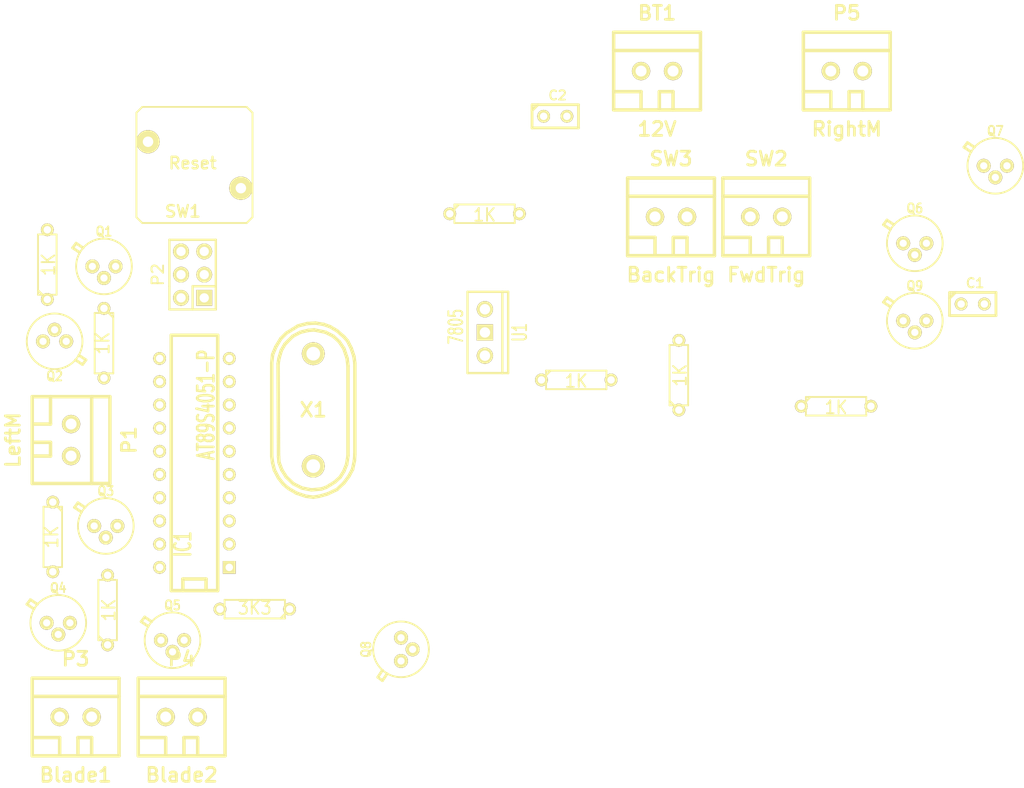
<source format=kicad_pcb>
(kicad_pcb (version 3) (host pcbnew "(2014-jan-25)-product")

  (general
    (links 61)
    (no_connects 61)
    (area 132.8 66.8 255.4 132.4)
    (thickness 1.6)
    (drawings 0)
    (tracks 0)
    (zones 0)
    (modules 32)
    (nets 36)
  )

  (page USLetter)
  (title_block
    (date "03 Jun 2015")
  )

  (layers
    (15 F.Cu signal)
    (0 B.Cu signal)
    (16 B.Adhes user)
    (17 F.Adhes user)
    (18 B.Paste user)
    (19 F.Paste user)
    (20 B.SilkS user)
    (21 F.SilkS user)
    (22 B.Mask user)
    (23 F.Mask user)
    (24 Dwgs.User user)
    (25 Cmts.User user)
    (26 Eco1.User user)
    (27 Eco2.User user)
    (28 Edge.Cuts user)
  )

  (setup
    (last_trace_width 0.354)
    (trace_clearance 0.254)
    (zone_clearance 0.508)
    (zone_45_only no)
    (trace_min 0.254)
    (segment_width 0.2)
    (edge_width 0.1)
    (via_size 0.889)
    (via_drill 0.635)
    (via_min_size 0.889)
    (via_min_drill 0.508)
    (uvia_size 0.508)
    (uvia_drill 0.127)
    (uvias_allowed no)
    (uvia_min_size 0.508)
    (uvia_min_drill 0.127)
    (pcb_text_width 0.3)
    (pcb_text_size 1.5 1.5)
    (mod_edge_width 0.15)
    (mod_text_size 1 1)
    (mod_text_width 0.15)
    (pad_size 1.5 1.5)
    (pad_drill 0.6)
    (pad_to_mask_clearance 0)
    (aux_axis_origin 0 0)
    (visible_elements FFFFFF7F)
    (pcbplotparams
      (layerselection 3178497)
      (usegerberextensions false)
      (excludeedgelayer true)
      (linewidth 0.150000)
      (plotframeref false)
      (viasonmask false)
      (mode 1)
      (useauxorigin false)
      (hpglpennumber 1)
      (hpglpenspeed 20)
      (hpglpendiameter 15)
      (hpglpenoverlay 2)
      (psnegative false)
      (psa4output false)
      (plotreference true)
      (plotvalue true)
      (plotothertext true)
      (plotinvisibletext false)
      (padsonsilk false)
      (subtractmaskfromsilk false)
      (outputformat 5)
      (mirror false)
      (drillshape 0)
      (scaleselection 1)
      (outputdirectory d.svg))
  )

  (net 0 "")
  (net 1 GND)
  (net 2 +12V)
  (net 3 "Net-(C1-Pad2)")
  (net 4 "Net-(C2-Pad2)")
  (net 5 Reset)
  (net 6 "Net-(IC1-Pad2)")
  (net 7 "Net-(IC1-Pad3)")
  (net 8 Int0)
  (net 9 "Net-(IC1-Pad7)")
  (net 10 "Net-(IC1-Pad8)")
  (net 11 LMotor1)
  (net 12 LMotor2)
  (net 13 "Net-(IC1-Pad12)")
  (net 14 "Net-(IC1-Pad13)")
  (net 15 RMotor1)
  (net 16 RMotor2)
  (net 17 BladeCon)
  (net 18 "Net-(IC1-Pad17)")
  (net 19 "Net-(IC1-Pad18)")
  (net 20 "Net-(IC1-Pad19)")
  (net 21 +5V)
  (net 22 "Net-(P1-Pad2)")
  (net 23 "Net-(P1-Pad1)")
  (net 24 "Net-(P3-Pad1)")
  (net 25 "Net-(Q1-Pad2)")
  (net 26 "Net-(Q2-Pad2)")
  (net 27 "Net-(Q3-Pad2)")
  (net 28 "Net-(Q4-Pad2)")
  (net 29 "Net-(Q5-Pad2)")
  (net 30 "Net-(Q6-Pad2)")
  (net 31 "Net-(Q7-Pad2)")
  (net 32 "Net-(Q8-Pad2)")
  (net 33 "Net-(Q9-Pad2)")
  (net 34 "Net-(P5-Pad2)")
  (net 35 "Net-(P5-Pad1)")

  (net_class Default "This is the default net class."
    (clearance 0.254)
    (trace_width 0.354)
    (via_dia 0.889)
    (via_drill 0.635)
    (uvia_dia 0.508)
    (uvia_drill 0.127)
    (add_net +12V)
    (add_net +5V)
    (add_net BladeCon)
    (add_net GND)
    (add_net Int0)
    (add_net LMotor1)
    (add_net LMotor2)
    (add_net "Net-(C1-Pad2)")
    (add_net "Net-(C2-Pad2)")
    (add_net "Net-(IC1-Pad12)")
    (add_net "Net-(IC1-Pad13)")
    (add_net "Net-(IC1-Pad17)")
    (add_net "Net-(IC1-Pad18)")
    (add_net "Net-(IC1-Pad19)")
    (add_net "Net-(IC1-Pad2)")
    (add_net "Net-(IC1-Pad3)")
    (add_net "Net-(IC1-Pad7)")
    (add_net "Net-(IC1-Pad8)")
    (add_net "Net-(P1-Pad1)")
    (add_net "Net-(P1-Pad2)")
    (add_net "Net-(P3-Pad1)")
    (add_net "Net-(P5-Pad1)")
    (add_net "Net-(P5-Pad2)")
    (add_net "Net-(Q1-Pad2)")
    (add_net "Net-(Q2-Pad2)")
    (add_net "Net-(Q3-Pad2)")
    (add_net "Net-(Q4-Pad2)")
    (add_net "Net-(Q5-Pad2)")
    (add_net "Net-(Q6-Pad2)")
    (add_net "Net-(Q7-Pad2)")
    (add_net "Net-(Q8-Pad2)")
    (add_net "Net-(Q9-Pad2)")
    (add_net RMotor1)
    (add_net RMotor2)
    (add_net Reset)
  )

  (module Sockets_WAGO734:WAGO_734_2pin_Straight (layer F.Cu) (tedit 55708DFD) (tstamp 55708FE3)
    (at 215.014301 74.928)
    (descr "WAGO, Serie 734, Socket, Stiftleiste, 2 polig, 2 pin, straight, gerade, Date 05Jul2010,")
    (tags "WAGO, Serie 734, Socket, Stiftleiste, 2 polig, 2 pin, straight, gerade, Date 05Jul2010,")
    (path /556F306E)
    (fp_text reference BT1 (at 0 -6.35) (layer F.SilkS)
      (effects (font (thickness 0.3048)))
    )
    (fp_text value 12V (at 0 6.35) (layer F.SilkS)
      (effects (font (thickness 0.3048)))
    )
    (fp_line (start -4.7498 -2.25044) (end 4.7498 -2.25044) (layer F.SilkS) (width 0.381))
    (fp_line (start 0.24892 4.24942) (end 0.24892 2.25044) (layer F.SilkS) (width 0.381))
    (fp_line (start 0.24892 2.25044) (end 1.75006 2.25044) (layer F.SilkS) (width 0.381))
    (fp_line (start 1.75006 2.25044) (end 1.75006 4.24942) (layer F.SilkS) (width 0.381))
    (fp_line (start -4.7498 2.25044) (end -1.75006 2.25044) (layer F.SilkS) (width 0.381))
    (fp_line (start -1.75006 2.25044) (end -1.75006 4.20116) (layer F.SilkS) (width 0.381))
    (fp_line (start 4.7498 4.24942) (end 4.7498 -4.24942) (layer F.SilkS) (width 0.381))
    (fp_line (start 4.7498 -4.24942) (end -4.7498 -4.24942) (layer F.SilkS) (width 0.381))
    (fp_line (start -4.7498 -4.24942) (end -4.7498 4.24942) (layer F.SilkS) (width 0.381))
    (fp_line (start -4.7498 4.24942) (end 4.7498 4.24942) (layer F.SilkS) (width 0.381))
    (pad 2 thru_hole circle (at 1.75006 0) (size 1.99898 1.99898) (drill 1.19888) (layers *.Cu *.Mask F.SilkS)
      (net 1 GND))
    (pad 1 thru_hole circle (at -1.75006 0) (size 1.99898 1.99898) (drill 1.19888) (layers *.Cu *.Mask F.SilkS)
      (net 2 +12V))
  )

  (module Discret:C1 (layer F.Cu) (tedit 55708DFD) (tstamp 55708FEE)
    (at 249.556401 100.416)
    (descr "Condensateur e = 1 pas")
    (tags C)
    (path /556CE658)
    (fp_text reference C1 (at 0.254 -2.286) (layer F.SilkS)
      (effects (font (size 1.016 1.016) (thickness 0.2032)))
    )
    (fp_text value 5pF (at 0 -2.286) (layer F.SilkS) hide
      (effects (font (size 1.016 1.016) (thickness 0.2032)))
    )
    (fp_line (start -2.4892 -1.27) (end 2.54 -1.27) (layer F.SilkS) (width 0.3048))
    (fp_line (start 2.54 -1.27) (end 2.54 1.27) (layer F.SilkS) (width 0.3048))
    (fp_line (start 2.54 1.27) (end -2.54 1.27) (layer F.SilkS) (width 0.3048))
    (fp_line (start -2.54 1.27) (end -2.54 -1.27) (layer F.SilkS) (width 0.3048))
    (fp_line (start -2.54 -0.635) (end -1.905 -1.27) (layer F.SilkS) (width 0.3048))
    (pad 1 thru_hole circle (at -1.27 0) (size 1.397 1.397) (drill 0.8128) (layers *.Cu *.Mask F.SilkS)
      (net 1 GND))
    (pad 2 thru_hole circle (at 1.27 0) (size 1.397 1.397) (drill 0.8128) (layers *.Cu *.Mask F.SilkS)
      (net 3 "Net-(C1-Pad2)"))
    (model discret/capa_1_pas.wrl
      (at (xyz 0 0 0))
      (scale (xyz 1 1 1))
      (rotate (xyz 0 0 0))
    )
  )

  (module Discret:C1 (layer F.Cu) (tedit 55708DFD) (tstamp 55708FF9)
    (at 203.876401 79.876)
    (descr "Condensateur e = 1 pas")
    (tags C)
    (path /556CE66C)
    (fp_text reference C2 (at 0.254 -2.286) (layer F.SilkS)
      (effects (font (size 1.016 1.016) (thickness 0.2032)))
    )
    (fp_text value 5pF (at 0 -2.286) (layer F.SilkS) hide
      (effects (font (size 1.016 1.016) (thickness 0.2032)))
    )
    (fp_line (start -2.4892 -1.27) (end 2.54 -1.27) (layer F.SilkS) (width 0.3048))
    (fp_line (start 2.54 -1.27) (end 2.54 1.27) (layer F.SilkS) (width 0.3048))
    (fp_line (start 2.54 1.27) (end -2.54 1.27) (layer F.SilkS) (width 0.3048))
    (fp_line (start -2.54 1.27) (end -2.54 -1.27) (layer F.SilkS) (width 0.3048))
    (fp_line (start -2.54 -0.635) (end -1.905 -1.27) (layer F.SilkS) (width 0.3048))
    (pad 1 thru_hole circle (at -1.27 0) (size 1.397 1.397) (drill 0.8128) (layers *.Cu *.Mask F.SilkS)
      (net 1 GND))
    (pad 2 thru_hole circle (at 1.27 0) (size 1.397 1.397) (drill 0.8128) (layers *.Cu *.Mask F.SilkS)
      (net 4 "Net-(C2-Pad2)"))
    (model discret/capa_1_pas.wrl
      (at (xyz 0 0 0))
      (scale (xyz 1 1 1))
      (rotate (xyz 0 0 0))
    )
  )

  (module Sockets_DIP:DIP-20__300 (layer F.Cu) (tedit 55708DFD) (tstamp 55709018)
    (at 164.4 117.8 90)
    (descr "20 pins DIL package, round pads")
    (tags DIL)
    (path /556CD57A)
    (fp_text reference IC1 (at -8.89 -1.27 90) (layer F.SilkS)
      (effects (font (size 1.778 1.143) (thickness 0.3048)))
    )
    (fp_text value AT89S4051-P (at 6.35 1.27 90) (layer F.SilkS)
      (effects (font (size 1.778 1.143) (thickness 0.3048)))
    )
    (fp_line (start -13.97 -1.27) (end -12.7 -1.27) (layer F.SilkS) (width 0.381))
    (fp_line (start -12.7 -1.27) (end -12.7 1.27) (layer F.SilkS) (width 0.381))
    (fp_line (start -12.7 1.27) (end -13.97 1.27) (layer F.SilkS) (width 0.381))
    (fp_line (start -13.97 -2.54) (end 13.97 -2.54) (layer F.SilkS) (width 0.381))
    (fp_line (start 13.97 -2.54) (end 13.97 2.54) (layer F.SilkS) (width 0.381))
    (fp_line (start 13.97 2.54) (end -13.97 2.54) (layer F.SilkS) (width 0.381))
    (fp_line (start -13.97 2.54) (end -13.97 -2.54) (layer F.SilkS) (width 0.381))
    (pad 1 thru_hole rect (at -11.43 3.81 90) (size 1.397 1.397) (drill 0.8128) (layers *.Cu *.Mask F.SilkS)
      (net 5 Reset))
    (pad 2 thru_hole circle (at -8.89 3.81 90) (size 1.397 1.397) (drill 0.8128) (layers *.Cu *.Mask F.SilkS)
      (net 6 "Net-(IC1-Pad2)"))
    (pad 3 thru_hole circle (at -6.35 3.81 90) (size 1.397 1.397) (drill 0.8128) (layers *.Cu *.Mask F.SilkS)
      (net 7 "Net-(IC1-Pad3)"))
    (pad 4 thru_hole circle (at -3.81 3.81 90) (size 1.397 1.397) (drill 0.8128) (layers *.Cu *.Mask F.SilkS)
      (net 3 "Net-(C1-Pad2)"))
    (pad 5 thru_hole circle (at -1.27 3.81 90) (size 1.397 1.397) (drill 0.8128) (layers *.Cu *.Mask F.SilkS)
      (net 4 "Net-(C2-Pad2)"))
    (pad 6 thru_hole circle (at 1.27 3.81 90) (size 1.397 1.397) (drill 0.8128) (layers *.Cu *.Mask F.SilkS)
      (net 8 Int0))
    (pad 7 thru_hole circle (at 3.81 3.81 90) (size 1.397 1.397) (drill 0.8128) (layers *.Cu *.Mask F.SilkS)
      (net 9 "Net-(IC1-Pad7)"))
    (pad 8 thru_hole circle (at 6.35 3.81 90) (size 1.397 1.397) (drill 0.8128) (layers *.Cu *.Mask F.SilkS)
      (net 10 "Net-(IC1-Pad8)"))
    (pad 9 thru_hole circle (at 8.89 3.81 90) (size 1.397 1.397) (drill 0.8128) (layers *.Cu *.Mask F.SilkS)
      (net 11 LMotor1))
    (pad 10 thru_hole circle (at 11.43 3.81 90) (size 1.397 1.397) (drill 0.8128) (layers *.Cu *.Mask F.SilkS)
      (net 1 GND))
    (pad 11 thru_hole circle (at 11.43 -3.81 90) (size 1.397 1.397) (drill 0.8128) (layers *.Cu *.Mask F.SilkS)
      (net 12 LMotor2))
    (pad 12 thru_hole circle (at 8.89 -3.81 90) (size 1.397 1.397) (drill 0.8128) (layers *.Cu *.Mask F.SilkS)
      (net 13 "Net-(IC1-Pad12)"))
    (pad 13 thru_hole circle (at 6.35 -3.81 90) (size 1.397 1.397) (drill 0.8128) (layers *.Cu *.Mask F.SilkS)
      (net 14 "Net-(IC1-Pad13)"))
    (pad 14 thru_hole circle (at 3.81 -3.81 90) (size 1.397 1.397) (drill 0.8128) (layers *.Cu *.Mask F.SilkS)
      (net 15 RMotor1))
    (pad 15 thru_hole circle (at 1.27 -3.81 90) (size 1.397 1.397) (drill 0.8128) (layers *.Cu *.Mask F.SilkS)
      (net 16 RMotor2))
    (pad 16 thru_hole circle (at -1.27 -3.81 90) (size 1.397 1.397) (drill 0.8128) (layers *.Cu *.Mask F.SilkS)
      (net 17 BladeCon))
    (pad 17 thru_hole circle (at -3.81 -3.81 90) (size 1.397 1.397) (drill 0.8128) (layers *.Cu *.Mask F.SilkS)
      (net 18 "Net-(IC1-Pad17)"))
    (pad 18 thru_hole circle (at -6.35 -3.81 90) (size 1.397 1.397) (drill 0.8128) (layers *.Cu *.Mask F.SilkS)
      (net 19 "Net-(IC1-Pad18)"))
    (pad 19 thru_hole circle (at -8.89 -3.81 90) (size 1.397 1.397) (drill 0.8128) (layers *.Cu *.Mask F.SilkS)
      (net 20 "Net-(IC1-Pad19)"))
    (pad 20 thru_hole circle (at -11.43 -3.81 90) (size 1.397 1.397) (drill 0.8128) (layers *.Cu *.Mask F.SilkS)
      (net 21 +5V))
    (model dil/dil_20.wrl
      (at (xyz 0 0 0))
      (scale (xyz 1 1 1))
      (rotate (xyz 0 0 0))
    )
  )

  (module Sockets_WAGO734:WAGO_734_2pin_Straight (layer F.Cu) (tedit 55708DFD) (tstamp 55709028)
    (at 150.9 115.3 270)
    (descr "WAGO, Serie 734, Socket, Stiftleiste, 2 polig, 2 pin, straight, gerade, Date 05Jul2010,")
    (tags "WAGO, Serie 734, Socket, Stiftleiste, 2 polig, 2 pin, straight, gerade, Date 05Jul2010,")
    (path /55707846)
    (fp_text reference P1 (at 0 -6.35 270) (layer F.SilkS)
      (effects (font (thickness 0.3048)))
    )
    (fp_text value LeftM (at 0 6.35 270) (layer F.SilkS)
      (effects (font (thickness 0.3048)))
    )
    (fp_line (start -4.7498 -2.25044) (end 4.7498 -2.25044) (layer F.SilkS) (width 0.381))
    (fp_line (start 0.24892 4.24942) (end 0.24892 2.25044) (layer F.SilkS) (width 0.381))
    (fp_line (start 0.24892 2.25044) (end 1.75006 2.25044) (layer F.SilkS) (width 0.381))
    (fp_line (start 1.75006 2.25044) (end 1.75006 4.24942) (layer F.SilkS) (width 0.381))
    (fp_line (start -4.7498 2.25044) (end -1.75006 2.25044) (layer F.SilkS) (width 0.381))
    (fp_line (start -1.75006 2.25044) (end -1.75006 4.20116) (layer F.SilkS) (width 0.381))
    (fp_line (start 4.7498 4.24942) (end 4.7498 -4.24942) (layer F.SilkS) (width 0.381))
    (fp_line (start 4.7498 -4.24942) (end -4.7498 -4.24942) (layer F.SilkS) (width 0.381))
    (fp_line (start -4.7498 -4.24942) (end -4.7498 4.24942) (layer F.SilkS) (width 0.381))
    (fp_line (start -4.7498 4.24942) (end 4.7498 4.24942) (layer F.SilkS) (width 0.381))
    (pad 2 thru_hole circle (at 1.75006 0 270) (size 1.99898 1.99898) (drill 1.19888) (layers *.Cu *.Mask F.SilkS)
      (net 22 "Net-(P1-Pad2)"))
    (pad 1 thru_hole circle (at -1.75006 0 270) (size 1.99898 1.99898) (drill 1.19888) (layers *.Cu *.Mask F.SilkS)
      (net 23 "Net-(P1-Pad1)"))
  )

  (module Pin_Headers:Pin_Header_Straight_2x03 (layer F.Cu) (tedit 55708DFD) (tstamp 5570903A)
    (at 164.2 97.2 90)
    (descr "1 pin")
    (tags "CONN DEV")
    (path /556E17F1)
    (fp_text reference P2 (at 0 -3.81 90) (layer F.SilkS)
      (effects (font (size 1.27 1.27) (thickness 0.2032)))
    )
    (fp_text value ISP (at 0 0 90) (layer F.SilkS) hide
      (effects (font (size 1.27 1.27) (thickness 0.2032)))
    )
    (fp_line (start -3.81 0) (end -1.27 0) (layer F.SilkS) (width 0.254))
    (fp_line (start -1.27 0) (end -1.27 2.54) (layer F.SilkS) (width 0.254))
    (fp_line (start -3.81 2.54) (end 3.81 2.54) (layer F.SilkS) (width 0.254))
    (fp_line (start 3.81 2.54) (end 3.81 -2.54) (layer F.SilkS) (width 0.254))
    (fp_line (start 3.81 -2.54) (end -1.27 -2.54) (layer F.SilkS) (width 0.254))
    (fp_line (start -3.81 2.54) (end -3.81 0) (layer F.SilkS) (width 0.254))
    (fp_line (start -3.81 -2.54) (end -3.81 0) (layer F.SilkS) (width 0.254))
    (fp_line (start -1.27 -2.54) (end -3.81 -2.54) (layer F.SilkS) (width 0.254))
    (pad 1 thru_hole rect (at -2.54 1.27 90) (size 1.7272 1.7272) (drill 1.016) (layers *.Cu *.Mask F.SilkS)
      (net 19 "Net-(IC1-Pad18)"))
    (pad 2 thru_hole oval (at 0 1.27 90) (size 1.7272 1.7272) (drill 1.016) (layers *.Cu *.Mask F.SilkS)
      (net 21 +5V))
    (pad 3 thru_hole oval (at 2.54 1.27 90) (size 1.7272 1.7272) (drill 1.016) (layers *.Cu *.Mask F.SilkS)
      (net 20 "Net-(IC1-Pad19)"))
    (pad 4 thru_hole oval (at 2.54 -1.27 90) (size 1.7272 1.7272) (drill 1.016) (layers *.Cu *.Mask F.SilkS)
      (net 18 "Net-(IC1-Pad17)"))
    (pad 5 thru_hole oval (at 0 -1.27 90) (size 1.7272 1.7272) (drill 1.016) (layers *.Cu *.Mask F.SilkS)
      (net 5 Reset))
    (pad 6 thru_hole oval (at -2.54 -1.27 90) (size 1.7272 1.7272) (drill 1.016) (layers *.Cu *.Mask F.SilkS)
      (net 1 GND))
    (model Pin_Headers/Pin_Header_Straight_2x03.wrl
      (at (xyz 0 0 0))
      (scale (xyz 1 1 1))
      (rotate (xyz 0 0 0))
    )
  )

  (module Sockets_WAGO734:WAGO_734_2pin_Straight (layer F.Cu) (tedit 55708DFD) (tstamp 5570904A)
    (at 151.4 145.6)
    (descr "WAGO, Serie 734, Socket, Stiftleiste, 2 polig, 2 pin, straight, gerade, Date 05Jul2010,")
    (tags "WAGO, Serie 734, Socket, Stiftleiste, 2 polig, 2 pin, straight, gerade, Date 05Jul2010,")
    (path /556F2AE8)
    (fp_text reference P3 (at 0 -6.35) (layer F.SilkS)
      (effects (font (thickness 0.3048)))
    )
    (fp_text value Blade1 (at 0 6.35) (layer F.SilkS)
      (effects (font (thickness 0.3048)))
    )
    (fp_line (start -4.7498 -2.25044) (end 4.7498 -2.25044) (layer F.SilkS) (width 0.381))
    (fp_line (start 0.24892 4.24942) (end 0.24892 2.25044) (layer F.SilkS) (width 0.381))
    (fp_line (start 0.24892 2.25044) (end 1.75006 2.25044) (layer F.SilkS) (width 0.381))
    (fp_line (start 1.75006 2.25044) (end 1.75006 4.24942) (layer F.SilkS) (width 0.381))
    (fp_line (start -4.7498 2.25044) (end -1.75006 2.25044) (layer F.SilkS) (width 0.381))
    (fp_line (start -1.75006 2.25044) (end -1.75006 4.20116) (layer F.SilkS) (width 0.381))
    (fp_line (start 4.7498 4.24942) (end 4.7498 -4.24942) (layer F.SilkS) (width 0.381))
    (fp_line (start 4.7498 -4.24942) (end -4.7498 -4.24942) (layer F.SilkS) (width 0.381))
    (fp_line (start -4.7498 -4.24942) (end -4.7498 4.24942) (layer F.SilkS) (width 0.381))
    (fp_line (start -4.7498 4.24942) (end 4.7498 4.24942) (layer F.SilkS) (width 0.381))
    (pad 2 thru_hole circle (at 1.75006 0) (size 1.99898 1.99898) (drill 1.19888) (layers *.Cu *.Mask F.SilkS)
      (net 1 GND))
    (pad 1 thru_hole circle (at -1.75006 0) (size 1.99898 1.99898) (drill 1.19888) (layers *.Cu *.Mask F.SilkS)
      (net 24 "Net-(P3-Pad1)"))
  )

  (module Sockets_WAGO734:WAGO_734_2pin_Straight (layer F.Cu) (tedit 55708DFD) (tstamp 5570905A)
    (at 163 145.6)
    (descr "WAGO, Serie 734, Socket, Stiftleiste, 2 polig, 2 pin, straight, gerade, Date 05Jul2010,")
    (tags "WAGO, Serie 734, Socket, Stiftleiste, 2 polig, 2 pin, straight, gerade, Date 05Jul2010,")
    (path /556F2AFC)
    (fp_text reference P4 (at 0 -6.35) (layer F.SilkS)
      (effects (font (thickness 0.3048)))
    )
    (fp_text value Blade2 (at 0 6.35) (layer F.SilkS)
      (effects (font (thickness 0.3048)))
    )
    (fp_line (start -4.7498 -2.25044) (end 4.7498 -2.25044) (layer F.SilkS) (width 0.381))
    (fp_line (start 0.24892 4.24942) (end 0.24892 2.25044) (layer F.SilkS) (width 0.381))
    (fp_line (start 0.24892 2.25044) (end 1.75006 2.25044) (layer F.SilkS) (width 0.381))
    (fp_line (start 1.75006 2.25044) (end 1.75006 4.24942) (layer F.SilkS) (width 0.381))
    (fp_line (start -4.7498 2.25044) (end -1.75006 2.25044) (layer F.SilkS) (width 0.381))
    (fp_line (start -1.75006 2.25044) (end -1.75006 4.20116) (layer F.SilkS) (width 0.381))
    (fp_line (start 4.7498 4.24942) (end 4.7498 -4.24942) (layer F.SilkS) (width 0.381))
    (fp_line (start 4.7498 -4.24942) (end -4.7498 -4.24942) (layer F.SilkS) (width 0.381))
    (fp_line (start -4.7498 -4.24942) (end -4.7498 4.24942) (layer F.SilkS) (width 0.381))
    (fp_line (start -4.7498 4.24942) (end 4.7498 4.24942) (layer F.SilkS) (width 0.381))
    (pad 2 thru_hole circle (at 1.75006 0) (size 1.99898 1.99898) (drill 1.19888) (layers *.Cu *.Mask F.SilkS)
      (net 1 GND))
    (pad 1 thru_hole circle (at -1.75006 0) (size 1.99898 1.99898) (drill 1.19888) (layers *.Cu *.Mask F.SilkS)
      (net 24 "Net-(P3-Pad1)"))
  )

  (module Sockets_WAGO734:WAGO_734_2pin_Straight (layer F.Cu) (tedit 55708DFD) (tstamp 5570906A)
    (at 235.774301 74.928)
    (descr "WAGO, Serie 734, Socket, Stiftleiste, 2 polig, 2 pin, straight, gerade, Date 05Jul2010,")
    (tags "WAGO, Serie 734, Socket, Stiftleiste, 2 polig, 2 pin, straight, gerade, Date 05Jul2010,")
    (path /55709058)
    (fp_text reference P5 (at 0 -6.35) (layer F.SilkS)
      (effects (font (thickness 0.3048)))
    )
    (fp_text value RightM (at 0 6.35) (layer F.SilkS)
      (effects (font (thickness 0.3048)))
    )
    (fp_line (start -4.7498 -2.25044) (end 4.7498 -2.25044) (layer F.SilkS) (width 0.381))
    (fp_line (start 0.24892 4.24942) (end 0.24892 2.25044) (layer F.SilkS) (width 0.381))
    (fp_line (start 0.24892 2.25044) (end 1.75006 2.25044) (layer F.SilkS) (width 0.381))
    (fp_line (start 1.75006 2.25044) (end 1.75006 4.24942) (layer F.SilkS) (width 0.381))
    (fp_line (start -4.7498 2.25044) (end -1.75006 2.25044) (layer F.SilkS) (width 0.381))
    (fp_line (start -1.75006 2.25044) (end -1.75006 4.20116) (layer F.SilkS) (width 0.381))
    (fp_line (start 4.7498 4.24942) (end 4.7498 -4.24942) (layer F.SilkS) (width 0.381))
    (fp_line (start 4.7498 -4.24942) (end -4.7498 -4.24942) (layer F.SilkS) (width 0.381))
    (fp_line (start -4.7498 -4.24942) (end -4.7498 4.24942) (layer F.SilkS) (width 0.381))
    (fp_line (start -4.7498 4.24942) (end 4.7498 4.24942) (layer F.SilkS) (width 0.381))
    (pad 2 thru_hole circle (at 1.75006 0) (size 1.99898 1.99898) (drill 1.19888) (layers *.Cu *.Mask F.SilkS)
      (net 34 "Net-(P5-Pad2)"))
    (pad 1 thru_hole circle (at -1.75006 0) (size 1.99898 1.99898) (drill 1.19888) (layers *.Cu *.Mask F.SilkS)
      (net 35 "Net-(P5-Pad1)"))
  )

  (module Discret:TO18EBC (layer F.Cu) (tedit 55708DFD) (tstamp 55709075)
    (at 154.5 96.3)
    (descr "Transistor TO18")
    (tags TO18)
    (path /55707746)
    (fp_text reference Q1 (at 0 -3.81) (layer F.SilkS)
      (effects (font (size 1.016 0.889) (thickness 0.2032)))
    )
    (fp_text value NPN (at 0 -3.81) (layer F.SilkS) hide
      (effects (font (size 1.016 0.889) (thickness 0.2032)))
    )
    (fp_circle (center 0 0) (end -3.048 0) (layer F.SilkS) (width 0.2032))
    (fp_line (start -2.667 -1.524) (end -3.429 -2.032) (layer F.SilkS) (width 0.3048))
    (fp_line (start -3.429 -2.032) (end -3.048 -2.54) (layer F.SilkS) (width 0.3048))
    (fp_line (start -3.048 -2.54) (end -2.286 -2.032) (layer F.SilkS) (width 0.3048))
    (pad 2 thru_hole circle (at 0 1.27) (size 1.524 1.524) (drill 0.7874) (layers *.Cu *.Mask F.SilkS)
      (net 25 "Net-(Q1-Pad2)"))
    (pad 3 thru_hole circle (at 1.27 0) (size 1.524 1.524) (drill 0.7874) (layers *.Cu *.Mask F.SilkS)
      (net 2 +12V))
    (pad 1 thru_hole circle (at -1.27 0) (size 1.524 1.524) (drill 0.7874) (layers *.Cu *.Mask F.SilkS)
      (net 23 "Net-(P1-Pad1)"))
    (model discret/to18.wrl
      (at (xyz 0 0 0))
      (scale (xyz 1 1 1))
      (rotate (xyz 0 0 0))
    )
  )

  (module Discret:TO18EBC (layer F.Cu) (tedit 55708DFD) (tstamp 55709080)
    (at 149.1 104.5 180)
    (descr "Transistor TO18")
    (tags TO18)
    (path /5570785A)
    (fp_text reference Q2 (at 0 -3.81 180) (layer F.SilkS)
      (effects (font (size 1.016 0.889) (thickness 0.2032)))
    )
    (fp_text value NPN (at 0 -3.81 180) (layer F.SilkS) hide
      (effects (font (size 1.016 0.889) (thickness 0.2032)))
    )
    (fp_circle (center 0 0) (end -3.048 0) (layer F.SilkS) (width 0.2032))
    (fp_line (start -2.667 -1.524) (end -3.429 -2.032) (layer F.SilkS) (width 0.3048))
    (fp_line (start -3.429 -2.032) (end -3.048 -2.54) (layer F.SilkS) (width 0.3048))
    (fp_line (start -3.048 -2.54) (end -2.286 -2.032) (layer F.SilkS) (width 0.3048))
    (pad 2 thru_hole circle (at 0 1.27 180) (size 1.524 1.524) (drill 0.7874) (layers *.Cu *.Mask F.SilkS)
      (net 26 "Net-(Q2-Pad2)"))
    (pad 3 thru_hole circle (at 1.27 0 180) (size 1.524 1.524) (drill 0.7874) (layers *.Cu *.Mask F.SilkS)
      (net 23 "Net-(P1-Pad1)"))
    (pad 1 thru_hole circle (at -1.27 0 180) (size 1.524 1.524) (drill 0.7874) (layers *.Cu *.Mask F.SilkS)
      (net 1 GND))
    (model discret/to18.wrl
      (at (xyz 0 0 0))
      (scale (xyz 1 1 1))
      (rotate (xyz 0 0 0))
    )
  )

  (module Discret:TO18EBC (layer F.Cu) (tedit 55708DFD) (tstamp 5570908B)
    (at 154.7 124.7)
    (descr "Transistor TO18")
    (tags TO18)
    (path /5570775A)
    (fp_text reference Q3 (at 0 -3.81) (layer F.SilkS)
      (effects (font (size 1.016 0.889) (thickness 0.2032)))
    )
    (fp_text value NPN (at 0 -3.81) (layer F.SilkS) hide
      (effects (font (size 1.016 0.889) (thickness 0.2032)))
    )
    (fp_circle (center 0 0) (end -3.048 0) (layer F.SilkS) (width 0.2032))
    (fp_line (start -2.667 -1.524) (end -3.429 -2.032) (layer F.SilkS) (width 0.3048))
    (fp_line (start -3.429 -2.032) (end -3.048 -2.54) (layer F.SilkS) (width 0.3048))
    (fp_line (start -3.048 -2.54) (end -2.286 -2.032) (layer F.SilkS) (width 0.3048))
    (pad 2 thru_hole circle (at 0 1.27) (size 1.524 1.524) (drill 0.7874) (layers *.Cu *.Mask F.SilkS)
      (net 27 "Net-(Q3-Pad2)"))
    (pad 3 thru_hole circle (at 1.27 0) (size 1.524 1.524) (drill 0.7874) (layers *.Cu *.Mask F.SilkS)
      (net 2 +12V))
    (pad 1 thru_hole circle (at -1.27 0) (size 1.524 1.524) (drill 0.7874) (layers *.Cu *.Mask F.SilkS)
      (net 22 "Net-(P1-Pad2)"))
    (model discret/to18.wrl
      (at (xyz 0 0 0))
      (scale (xyz 1 1 1))
      (rotate (xyz 0 0 0))
    )
  )

  (module Discret:TO18EBC (layer F.Cu) (tedit 55708DFD) (tstamp 55709096)
    (at 149.5 135.3)
    (descr "Transistor TO18")
    (tags TO18)
    (path /5570786E)
    (fp_text reference Q4 (at 0 -3.81) (layer F.SilkS)
      (effects (font (size 1.016 0.889) (thickness 0.2032)))
    )
    (fp_text value NPN (at 0 -3.81) (layer F.SilkS) hide
      (effects (font (size 1.016 0.889) (thickness 0.2032)))
    )
    (fp_circle (center 0 0) (end -3.048 0) (layer F.SilkS) (width 0.2032))
    (fp_line (start -2.667 -1.524) (end -3.429 -2.032) (layer F.SilkS) (width 0.3048))
    (fp_line (start -3.429 -2.032) (end -3.048 -2.54) (layer F.SilkS) (width 0.3048))
    (fp_line (start -3.048 -2.54) (end -2.286 -2.032) (layer F.SilkS) (width 0.3048))
    (pad 2 thru_hole circle (at 0 1.27) (size 1.524 1.524) (drill 0.7874) (layers *.Cu *.Mask F.SilkS)
      (net 28 "Net-(Q4-Pad2)"))
    (pad 3 thru_hole circle (at 1.27 0) (size 1.524 1.524) (drill 0.7874) (layers *.Cu *.Mask F.SilkS)
      (net 22 "Net-(P1-Pad2)"))
    (pad 1 thru_hole circle (at -1.27 0) (size 1.524 1.524) (drill 0.7874) (layers *.Cu *.Mask F.SilkS)
      (net 1 GND))
    (model discret/to18.wrl
      (at (xyz 0 0 0))
      (scale (xyz 1 1 1))
      (rotate (xyz 0 0 0))
    )
  )

  (module Discret:TO18EBC (layer F.Cu) (tedit 55708DFD) (tstamp 557090A1)
    (at 162 137.2)
    (descr "Transistor TO18")
    (tags TO18)
    (path /556F6D98)
    (fp_text reference Q5 (at 0 -3.81) (layer F.SilkS)
      (effects (font (size 1.016 0.889) (thickness 0.2032)))
    )
    (fp_text value NPN (at 0 -3.81) (layer F.SilkS) hide
      (effects (font (size 1.016 0.889) (thickness 0.2032)))
    )
    (fp_circle (center 0 0) (end -3.048 0) (layer F.SilkS) (width 0.2032))
    (fp_line (start -2.667 -1.524) (end -3.429 -2.032) (layer F.SilkS) (width 0.3048))
    (fp_line (start -3.429 -2.032) (end -3.048 -2.54) (layer F.SilkS) (width 0.3048))
    (fp_line (start -3.048 -2.54) (end -2.286 -2.032) (layer F.SilkS) (width 0.3048))
    (pad 2 thru_hole circle (at 0 1.27) (size 1.524 1.524) (drill 0.7874) (layers *.Cu *.Mask F.SilkS)
      (net 29 "Net-(Q5-Pad2)"))
    (pad 3 thru_hole circle (at 1.27 0) (size 1.524 1.524) (drill 0.7874) (layers *.Cu *.Mask F.SilkS)
      (net 2 +12V))
    (pad 1 thru_hole circle (at -1.27 0) (size 1.524 1.524) (drill 0.7874) (layers *.Cu *.Mask F.SilkS)
      (net 24 "Net-(P3-Pad1)"))
    (model discret/to18.wrl
      (at (xyz 0 0 0))
      (scale (xyz 1 1 1))
      (rotate (xyz 0 0 0))
    )
  )

  (module Discret:TO18EBC (layer F.Cu) (tedit 55708DFD) (tstamp 557090AC)
    (at 243.215401 93.77)
    (descr "Transistor TO18")
    (tags TO18)
    (path /5570904C)
    (fp_text reference Q6 (at 0 -3.81) (layer F.SilkS)
      (effects (font (size 1.016 0.889) (thickness 0.2032)))
    )
    (fp_text value NPN (at 0 -3.81) (layer F.SilkS) hide
      (effects (font (size 1.016 0.889) (thickness 0.2032)))
    )
    (fp_circle (center 0 0) (end -3.048 0) (layer F.SilkS) (width 0.2032))
    (fp_line (start -2.667 -1.524) (end -3.429 -2.032) (layer F.SilkS) (width 0.3048))
    (fp_line (start -3.429 -2.032) (end -3.048 -2.54) (layer F.SilkS) (width 0.3048))
    (fp_line (start -3.048 -2.54) (end -2.286 -2.032) (layer F.SilkS) (width 0.3048))
    (pad 2 thru_hole circle (at 0 1.27) (size 1.524 1.524) (drill 0.7874) (layers *.Cu *.Mask F.SilkS)
      (net 30 "Net-(Q6-Pad2)"))
    (pad 3 thru_hole circle (at 1.27 0) (size 1.524 1.524) (drill 0.7874) (layers *.Cu *.Mask F.SilkS)
      (net 2 +12V))
    (pad 1 thru_hole circle (at -1.27 0) (size 1.524 1.524) (drill 0.7874) (layers *.Cu *.Mask F.SilkS)
      (net 35 "Net-(P5-Pad1)"))
    (model discret/to18.wrl
      (at (xyz 0 0 0))
      (scale (xyz 1 1 1))
      (rotate (xyz 0 0 0))
    )
  )

  (module Discret:TO18EBC (layer F.Cu) (tedit 55708DFD) (tstamp 557090B7)
    (at 252.025401 85.29)
    (descr "Transistor TO18")
    (tags TO18)
    (path /5570905E)
    (fp_text reference Q7 (at 0 -3.81) (layer F.SilkS)
      (effects (font (size 1.016 0.889) (thickness 0.2032)))
    )
    (fp_text value NPN (at 0 -3.81) (layer F.SilkS) hide
      (effects (font (size 1.016 0.889) (thickness 0.2032)))
    )
    (fp_circle (center 0 0) (end -3.048 0) (layer F.SilkS) (width 0.2032))
    (fp_line (start -2.667 -1.524) (end -3.429 -2.032) (layer F.SilkS) (width 0.3048))
    (fp_line (start -3.429 -2.032) (end -3.048 -2.54) (layer F.SilkS) (width 0.3048))
    (fp_line (start -3.048 -2.54) (end -2.286 -2.032) (layer F.SilkS) (width 0.3048))
    (pad 2 thru_hole circle (at 0 1.27) (size 1.524 1.524) (drill 0.7874) (layers *.Cu *.Mask F.SilkS)
      (net 31 "Net-(Q7-Pad2)"))
    (pad 3 thru_hole circle (at 1.27 0) (size 1.524 1.524) (drill 0.7874) (layers *.Cu *.Mask F.SilkS)
      (net 35 "Net-(P5-Pad1)"))
    (pad 1 thru_hole circle (at -1.27 0) (size 1.524 1.524) (drill 0.7874) (layers *.Cu *.Mask F.SilkS)
      (net 1 GND))
    (model discret/to18.wrl
      (at (xyz 0 0 0))
      (scale (xyz 1 1 1))
      (rotate (xyz 0 0 0))
    )
  )

  (module Discret:TO18EBC (layer F.Cu) (tedit 55708DFD) (tstamp 557090C2)
    (at 187 138.2 90)
    (descr "Transistor TO18")
    (tags TO18)
    (path /55709052)
    (fp_text reference Q8 (at 0 -3.81 90) (layer F.SilkS)
      (effects (font (size 1.016 0.889) (thickness 0.2032)))
    )
    (fp_text value NPN (at 0 -3.81 90) (layer F.SilkS) hide
      (effects (font (size 1.016 0.889) (thickness 0.2032)))
    )
    (fp_circle (center 0 0) (end -3.048 0) (layer F.SilkS) (width 0.2032))
    (fp_line (start -2.667 -1.524) (end -3.429 -2.032) (layer F.SilkS) (width 0.3048))
    (fp_line (start -3.429 -2.032) (end -3.048 -2.54) (layer F.SilkS) (width 0.3048))
    (fp_line (start -3.048 -2.54) (end -2.286 -2.032) (layer F.SilkS) (width 0.3048))
    (pad 2 thru_hole circle (at 0 1.27 90) (size 1.524 1.524) (drill 0.7874) (layers *.Cu *.Mask F.SilkS)
      (net 32 "Net-(Q8-Pad2)"))
    (pad 3 thru_hole circle (at 1.27 0 90) (size 1.524 1.524) (drill 0.7874) (layers *.Cu *.Mask F.SilkS)
      (net 2 +12V))
    (pad 1 thru_hole circle (at -1.27 0 90) (size 1.524 1.524) (drill 0.7874) (layers *.Cu *.Mask F.SilkS)
      (net 34 "Net-(P5-Pad2)"))
    (model discret/to18.wrl
      (at (xyz 0 0 0))
      (scale (xyz 1 1 1))
      (rotate (xyz 0 0 0))
    )
  )

  (module Discret:TO18EBC (layer F.Cu) (tedit 55708DFD) (tstamp 557090CD)
    (at 243.215401 102.25)
    (descr "Transistor TO18")
    (tags TO18)
    (path /55709064)
    (fp_text reference Q9 (at 0 -3.81) (layer F.SilkS)
      (effects (font (size 1.016 0.889) (thickness 0.2032)))
    )
    (fp_text value NPN (at 0 -3.81) (layer F.SilkS) hide
      (effects (font (size 1.016 0.889) (thickness 0.2032)))
    )
    (fp_circle (center 0 0) (end -3.048 0) (layer F.SilkS) (width 0.2032))
    (fp_line (start -2.667 -1.524) (end -3.429 -2.032) (layer F.SilkS) (width 0.3048))
    (fp_line (start -3.429 -2.032) (end -3.048 -2.54) (layer F.SilkS) (width 0.3048))
    (fp_line (start -3.048 -2.54) (end -2.286 -2.032) (layer F.SilkS) (width 0.3048))
    (pad 2 thru_hole circle (at 0 1.27) (size 1.524 1.524) (drill 0.7874) (layers *.Cu *.Mask F.SilkS)
      (net 33 "Net-(Q9-Pad2)"))
    (pad 3 thru_hole circle (at 1.27 0) (size 1.524 1.524) (drill 0.7874) (layers *.Cu *.Mask F.SilkS)
      (net 34 "Net-(P5-Pad2)"))
    (pad 1 thru_hole circle (at -1.27 0) (size 1.524 1.524) (drill 0.7874) (layers *.Cu *.Mask F.SilkS)
      (net 1 GND))
    (model discret/to18.wrl
      (at (xyz 0 0 0))
      (scale (xyz 1 1 1))
      (rotate (xyz 0 0 0))
    )
  )

  (module Discret:R3 (layer F.Cu) (tedit 55708DFD) (tstamp 557090DB)
    (at 154.5 104.7 270)
    (descr "Resitance 3 pas")
    (tags R)
    (path /55707882)
    (autoplace_cost180 10)
    (fp_text reference R1 (at 0 0.127 270) (layer F.SilkS) hide
      (effects (font (size 1.397 1.27) (thickness 0.2032)))
    )
    (fp_text value 1K (at 0 0.127 270) (layer F.SilkS)
      (effects (font (size 1.397 1.27) (thickness 0.2032)))
    )
    (fp_line (start -3.81 0) (end -3.302 0) (layer F.SilkS) (width 0.2032))
    (fp_line (start 3.81 0) (end 3.302 0) (layer F.SilkS) (width 0.2032))
    (fp_line (start 3.302 0) (end 3.302 -1.016) (layer F.SilkS) (width 0.2032))
    (fp_line (start 3.302 -1.016) (end -3.302 -1.016) (layer F.SilkS) (width 0.2032))
    (fp_line (start -3.302 -1.016) (end -3.302 1.016) (layer F.SilkS) (width 0.2032))
    (fp_line (start -3.302 1.016) (end 3.302 1.016) (layer F.SilkS) (width 0.2032))
    (fp_line (start 3.302 1.016) (end 3.302 0) (layer F.SilkS) (width 0.2032))
    (fp_line (start -3.302 -0.508) (end -2.794 -1.016) (layer F.SilkS) (width 0.2032))
    (pad 1 thru_hole circle (at -3.81 0 270) (size 1.397 1.397) (drill 0.8128) (layers *.Cu *.Mask F.SilkS)
      (net 25 "Net-(Q1-Pad2)"))
    (pad 2 thru_hole circle (at 3.81 0 270) (size 1.397 1.397) (drill 0.8128) (layers *.Cu *.Mask F.SilkS)
      (net 11 LMotor1))
    (model discret/resistor.wrl
      (at (xyz 0 0 0))
      (scale (xyz 0.3 0.3 0.3))
      (rotate (xyz 0 0 0))
    )
  )

  (module Discret:R3 (layer F.Cu) (tedit 55709145) (tstamp 557090E9)
    (at 148.3 96.1 90)
    (descr "Resitance 3 pas")
    (tags R)
    (path /55707896)
    (autoplace_cost180 10)
    (fp_text reference R2 (at 0 0.127 90) (layer F.SilkS) hide
      (effects (font (size 1.397 1.27) (thickness 0.2032)))
    )
    (fp_text value 1K (at 0 0.127 270) (layer F.SilkS)
      (effects (font (size 1.397 1.27) (thickness 0.2032)))
    )
    (fp_line (start -3.81 0) (end -3.302 0) (layer F.SilkS) (width 0.2032))
    (fp_line (start 3.81 0) (end 3.302 0) (layer F.SilkS) (width 0.2032))
    (fp_line (start 3.302 0) (end 3.302 -1.016) (layer F.SilkS) (width 0.2032))
    (fp_line (start 3.302 -1.016) (end -3.302 -1.016) (layer F.SilkS) (width 0.2032))
    (fp_line (start -3.302 -1.016) (end -3.302 1.016) (layer F.SilkS) (width 0.2032))
    (fp_line (start -3.302 1.016) (end 3.302 1.016) (layer F.SilkS) (width 0.2032))
    (fp_line (start 3.302 1.016) (end 3.302 0) (layer F.SilkS) (width 0.2032))
    (fp_line (start -3.302 -0.508) (end -2.794 -1.016) (layer F.SilkS) (width 0.2032))
    (pad 1 thru_hole circle (at -3.81 0 90) (size 1.397 1.397) (drill 0.8128) (layers *.Cu *.Mask F.SilkS)
      (net 26 "Net-(Q2-Pad2)"))
    (pad 2 thru_hole circle (at 3.81 0 90) (size 1.397 1.397) (drill 0.8128) (layers *.Cu *.Mask F.SilkS)
      (net 12 LMotor2))
    (model discret/resistor.wrl
      (at (xyz 0 0 0))
      (scale (xyz 0.3 0.3 0.3))
      (rotate (xyz 0 0 0))
    )
  )

  (module Discret:R3 (layer F.Cu) (tedit 55708DFD) (tstamp 557090F7)
    (at 154.9 133.9 90)
    (descr "Resitance 3 pas")
    (tags R)
    (path /557078C8)
    (autoplace_cost180 10)
    (fp_text reference R3 (at 0 0.127 90) (layer F.SilkS) hide
      (effects (font (size 1.397 1.27) (thickness 0.2032)))
    )
    (fp_text value 1K (at 0 0.127 90) (layer F.SilkS)
      (effects (font (size 1.397 1.27) (thickness 0.2032)))
    )
    (fp_line (start -3.81 0) (end -3.302 0) (layer F.SilkS) (width 0.2032))
    (fp_line (start 3.81 0) (end 3.302 0) (layer F.SilkS) (width 0.2032))
    (fp_line (start 3.302 0) (end 3.302 -1.016) (layer F.SilkS) (width 0.2032))
    (fp_line (start 3.302 -1.016) (end -3.302 -1.016) (layer F.SilkS) (width 0.2032))
    (fp_line (start -3.302 -1.016) (end -3.302 1.016) (layer F.SilkS) (width 0.2032))
    (fp_line (start -3.302 1.016) (end 3.302 1.016) (layer F.SilkS) (width 0.2032))
    (fp_line (start 3.302 1.016) (end 3.302 0) (layer F.SilkS) (width 0.2032))
    (fp_line (start -3.302 -0.508) (end -2.794 -1.016) (layer F.SilkS) (width 0.2032))
    (pad 1 thru_hole circle (at -3.81 0 90) (size 1.397 1.397) (drill 0.8128) (layers *.Cu *.Mask F.SilkS)
      (net 12 LMotor2))
    (pad 2 thru_hole circle (at 3.81 0 90) (size 1.397 1.397) (drill 0.8128) (layers *.Cu *.Mask F.SilkS)
      (net 27 "Net-(Q3-Pad2)"))
    (model discret/resistor.wrl
      (at (xyz 0 0 0))
      (scale (xyz 0.3 0.3 0.3))
      (rotate (xyz 0 0 0))
    )
  )

  (module Discret:R3 (layer F.Cu) (tedit 55708DFD) (tstamp 55709185)
    (at 148.9 125.9 270)
    (descr "Resitance 3 pas")
    (tags R)
    (path /557078AA)
    (autoplace_cost180 10)
    (fp_text reference R4 (at 0 0.127 270) (layer F.SilkS) hide
      (effects (font (size 1.397 1.27) (thickness 0.2032)))
    )
    (fp_text value 1K (at 0 0.127 270) (layer F.SilkS)
      (effects (font (size 1.397 1.27) (thickness 0.2032)))
    )
    (fp_line (start -3.81 0) (end -3.302 0) (layer F.SilkS) (width 0.2032))
    (fp_line (start 3.81 0) (end 3.302 0) (layer F.SilkS) (width 0.2032))
    (fp_line (start 3.302 0) (end 3.302 -1.016) (layer F.SilkS) (width 0.2032))
    (fp_line (start 3.302 -1.016) (end -3.302 -1.016) (layer F.SilkS) (width 0.2032))
    (fp_line (start -3.302 -1.016) (end -3.302 1.016) (layer F.SilkS) (width 0.2032))
    (fp_line (start -3.302 1.016) (end 3.302 1.016) (layer F.SilkS) (width 0.2032))
    (fp_line (start 3.302 1.016) (end 3.302 0) (layer F.SilkS) (width 0.2032))
    (fp_line (start -3.302 -0.508) (end -2.794 -1.016) (layer F.SilkS) (width 0.2032))
    (pad 1 thru_hole circle (at -3.81 0 270) (size 1.397 1.397) (drill 0.8128) (layers *.Cu *.Mask F.SilkS)
      (net 11 LMotor1))
    (pad 2 thru_hole circle (at 3.81 0 270) (size 1.397 1.397) (drill 0.8128) (layers *.Cu *.Mask F.SilkS)
      (net 28 "Net-(Q4-Pad2)"))
    (model discret/resistor.wrl
      (at (xyz 0 0 0))
      (scale (xyz 0.3 0.3 0.3))
      (rotate (xyz 0 0 0))
    )
  )

  (module Discret:R3 (layer F.Cu) (tedit 55708DFD) (tstamp 55709113)
    (at 171 133.8 180)
    (descr "Resitance 3 pas")
    (tags R)
    (path /556F6198)
    (autoplace_cost180 10)
    (fp_text reference R5 (at 0 0.127 180) (layer F.SilkS) hide
      (effects (font (size 1.397 1.27) (thickness 0.2032)))
    )
    (fp_text value 3K3 (at 0 0.127 180) (layer F.SilkS)
      (effects (font (size 1.397 1.27) (thickness 0.2032)))
    )
    (fp_line (start -3.81 0) (end -3.302 0) (layer F.SilkS) (width 0.2032))
    (fp_line (start 3.81 0) (end 3.302 0) (layer F.SilkS) (width 0.2032))
    (fp_line (start 3.302 0) (end 3.302 -1.016) (layer F.SilkS) (width 0.2032))
    (fp_line (start 3.302 -1.016) (end -3.302 -1.016) (layer F.SilkS) (width 0.2032))
    (fp_line (start -3.302 -1.016) (end -3.302 1.016) (layer F.SilkS) (width 0.2032))
    (fp_line (start -3.302 1.016) (end 3.302 1.016) (layer F.SilkS) (width 0.2032))
    (fp_line (start 3.302 1.016) (end 3.302 0) (layer F.SilkS) (width 0.2032))
    (fp_line (start -3.302 -0.508) (end -2.794 -1.016) (layer F.SilkS) (width 0.2032))
    (pad 1 thru_hole circle (at -3.81 0 180) (size 1.397 1.397) (drill 0.8128) (layers *.Cu *.Mask F.SilkS)
      (net 29 "Net-(Q5-Pad2)"))
    (pad 2 thru_hole circle (at 3.81 0 180) (size 1.397 1.397) (drill 0.8128) (layers *.Cu *.Mask F.SilkS)
      (net 17 BladeCon))
    (model discret/resistor.wrl
      (at (xyz 0 0 0))
      (scale (xyz 0.3 0.3 0.3))
      (rotate (xyz 0 0 0))
    )
  )

  (module Discret:R3 (layer F.Cu) (tedit 55708DFD) (tstamp 5570938E)
    (at 217.4 108.2 90)
    (descr "Resitance 3 pas")
    (tags R)
    (path /5570906A)
    (autoplace_cost180 10)
    (fp_text reference R6 (at 0 0.127 90) (layer F.SilkS) hide
      (effects (font (size 1.397 1.27) (thickness 0.2032)))
    )
    (fp_text value 1K (at 0 0.127 90) (layer F.SilkS)
      (effects (font (size 1.397 1.27) (thickness 0.2032)))
    )
    (fp_line (start -3.81 0) (end -3.302 0) (layer F.SilkS) (width 0.2032))
    (fp_line (start 3.81 0) (end 3.302 0) (layer F.SilkS) (width 0.2032))
    (fp_line (start 3.302 0) (end 3.302 -1.016) (layer F.SilkS) (width 0.2032))
    (fp_line (start 3.302 -1.016) (end -3.302 -1.016) (layer F.SilkS) (width 0.2032))
    (fp_line (start -3.302 -1.016) (end -3.302 1.016) (layer F.SilkS) (width 0.2032))
    (fp_line (start -3.302 1.016) (end 3.302 1.016) (layer F.SilkS) (width 0.2032))
    (fp_line (start 3.302 1.016) (end 3.302 0) (layer F.SilkS) (width 0.2032))
    (fp_line (start -3.302 -0.508) (end -2.794 -1.016) (layer F.SilkS) (width 0.2032))
    (pad 1 thru_hole circle (at -3.81 0 90) (size 1.397 1.397) (drill 0.8128) (layers *.Cu *.Mask F.SilkS)
      (net 30 "Net-(Q6-Pad2)"))
    (pad 2 thru_hole circle (at 3.81 0 90) (size 1.397 1.397) (drill 0.8128) (layers *.Cu *.Mask F.SilkS)
      (net 15 RMotor1))
    (model discret/resistor.wrl
      (at (xyz 0 0 0))
      (scale (xyz 0.3 0.3 0.3))
      (rotate (xyz 0 0 0))
    )
  )

  (module Discret:R3 (layer F.Cu) (tedit 55708DFD) (tstamp 5570912F)
    (at 196.1425 90.5397)
    (descr "Resitance 3 pas")
    (tags R)
    (path /55709070)
    (autoplace_cost180 10)
    (fp_text reference R7 (at 0 0.127) (layer F.SilkS) hide
      (effects (font (size 1.397 1.27) (thickness 0.2032)))
    )
    (fp_text value 1K (at 0 0.127) (layer F.SilkS)
      (effects (font (size 1.397 1.27) (thickness 0.2032)))
    )
    (fp_line (start -3.81 0) (end -3.302 0) (layer F.SilkS) (width 0.2032))
    (fp_line (start 3.81 0) (end 3.302 0) (layer F.SilkS) (width 0.2032))
    (fp_line (start 3.302 0) (end 3.302 -1.016) (layer F.SilkS) (width 0.2032))
    (fp_line (start 3.302 -1.016) (end -3.302 -1.016) (layer F.SilkS) (width 0.2032))
    (fp_line (start -3.302 -1.016) (end -3.302 1.016) (layer F.SilkS) (width 0.2032))
    (fp_line (start -3.302 1.016) (end 3.302 1.016) (layer F.SilkS) (width 0.2032))
    (fp_line (start 3.302 1.016) (end 3.302 0) (layer F.SilkS) (width 0.2032))
    (fp_line (start -3.302 -0.508) (end -2.794 -1.016) (layer F.SilkS) (width 0.2032))
    (pad 1 thru_hole circle (at -3.81 0) (size 1.397 1.397) (drill 0.8128) (layers *.Cu *.Mask F.SilkS)
      (net 31 "Net-(Q7-Pad2)"))
    (pad 2 thru_hole circle (at 3.81 0) (size 1.397 1.397) (drill 0.8128) (layers *.Cu *.Mask F.SilkS)
      (net 16 RMotor2))
    (model discret/resistor.wrl
      (at (xyz 0 0 0))
      (scale (xyz 0.3 0.3 0.3))
      (rotate (xyz 0 0 0))
    )
  )

  (module Discret:R3 (layer F.Cu) (tedit 55708DFD) (tstamp 557090FB)
    (at 234.6 111.6)
    (descr "Resitance 3 pas")
    (tags R)
    (path /5570907C)
    (autoplace_cost180 10)
    (fp_text reference R8 (at 0 0.127) (layer F.SilkS) hide
      (effects (font (size 1.397 1.27) (thickness 0.2032)))
    )
    (fp_text value 1K (at 0 0.127) (layer F.SilkS)
      (effects (font (size 1.397 1.27) (thickness 0.2032)))
    )
    (fp_line (start -3.81 0) (end -3.302 0) (layer F.SilkS) (width 0.2032))
    (fp_line (start 3.81 0) (end 3.302 0) (layer F.SilkS) (width 0.2032))
    (fp_line (start 3.302 0) (end 3.302 -1.016) (layer F.SilkS) (width 0.2032))
    (fp_line (start 3.302 -1.016) (end -3.302 -1.016) (layer F.SilkS) (width 0.2032))
    (fp_line (start -3.302 -1.016) (end -3.302 1.016) (layer F.SilkS) (width 0.2032))
    (fp_line (start -3.302 1.016) (end 3.302 1.016) (layer F.SilkS) (width 0.2032))
    (fp_line (start 3.302 1.016) (end 3.302 0) (layer F.SilkS) (width 0.2032))
    (fp_line (start -3.302 -0.508) (end -2.794 -1.016) (layer F.SilkS) (width 0.2032))
    (pad 1 thru_hole circle (at -3.81 0) (size 1.397 1.397) (drill 0.8128) (layers *.Cu *.Mask F.SilkS)
      (net 16 RMotor2))
    (pad 2 thru_hole circle (at 3.81 0) (size 1.397 1.397) (drill 0.8128) (layers *.Cu *.Mask F.SilkS)
      (net 32 "Net-(Q8-Pad2)"))
    (model discret/resistor.wrl
      (at (xyz 0 0 0))
      (scale (xyz 0.3 0.3 0.3))
      (rotate (xyz 0 0 0))
    )
  )

  (module Discret:R3 (layer F.Cu) (tedit 55708DFD) (tstamp 5570914B)
    (at 206.1725 108.7197)
    (descr "Resitance 3 pas")
    (tags R)
    (path /55709076)
    (autoplace_cost180 10)
    (fp_text reference R9 (at 0 0.127) (layer F.SilkS) hide
      (effects (font (size 1.397 1.27) (thickness 0.2032)))
    )
    (fp_text value 1K (at 0 0.127) (layer F.SilkS)
      (effects (font (size 1.397 1.27) (thickness 0.2032)))
    )
    (fp_line (start -3.81 0) (end -3.302 0) (layer F.SilkS) (width 0.2032))
    (fp_line (start 3.81 0) (end 3.302 0) (layer F.SilkS) (width 0.2032))
    (fp_line (start 3.302 0) (end 3.302 -1.016) (layer F.SilkS) (width 0.2032))
    (fp_line (start 3.302 -1.016) (end -3.302 -1.016) (layer F.SilkS) (width 0.2032))
    (fp_line (start -3.302 -1.016) (end -3.302 1.016) (layer F.SilkS) (width 0.2032))
    (fp_line (start -3.302 1.016) (end 3.302 1.016) (layer F.SilkS) (width 0.2032))
    (fp_line (start 3.302 1.016) (end 3.302 0) (layer F.SilkS) (width 0.2032))
    (fp_line (start -3.302 -0.508) (end -2.794 -1.016) (layer F.SilkS) (width 0.2032))
    (pad 1 thru_hole circle (at -3.81 0) (size 1.397 1.397) (drill 0.8128) (layers *.Cu *.Mask F.SilkS)
      (net 15 RMotor1))
    (pad 2 thru_hole circle (at 3.81 0) (size 1.397 1.397) (drill 0.8128) (layers *.Cu *.Mask F.SilkS)
      (net 33 "Net-(Q9-Pad2)"))
    (model discret/resistor.wrl
      (at (xyz 0 0 0))
      (scale (xyz 0.3 0.3 0.3))
      (rotate (xyz 0 0 0))
    )
  )

  (module Discret:SW_PUSH (layer F.Cu) (tedit 557092C1) (tstamp 55709159)
    (at 164.4 85.2 180)
    (descr "Bouton poussoir")
    (tags "SWITCH DEV")
    (path /556CEA9C)
    (autoplace_cost180 10)
    (fp_text reference SW1 (at 1.27 -5.08 180) (layer F.SilkS)
      (effects (font (size 1.27 1.27) (thickness 0.254)))
    )
    (fp_text value Reset (at 0.2 0.2 180) (layer F.SilkS)
      (effects (font (size 1.27 1.27) (thickness 0.254)))
    )
    (fp_line (start 6.35 -5.715) (end 6.35 5.715) (layer F.SilkS) (width 0.2032))
    (fp_line (start 6.35 5.715) (end 5.715 6.35) (layer F.SilkS) (width 0.2032))
    (fp_line (start 5.715 6.35) (end -5.715 6.35) (layer F.SilkS) (width 0.2032))
    (fp_line (start -5.715 6.35) (end -6.35 5.715) (layer F.SilkS) (width 0.2032))
    (fp_line (start -6.35 5.715) (end -6.35 -5.715) (layer F.SilkS) (width 0.2032))
    (fp_line (start -5.715 -6.35) (end 5.715 -6.35) (layer F.SilkS) (width 0.2032))
    (fp_line (start 5.715 -6.35) (end 6.35 -5.715) (layer F.SilkS) (width 0.2032))
    (fp_line (start -6.35 -5.715) (end -5.715 -6.35) (layer F.SilkS) (width 0.2032))
    (pad 1 thru_hole circle (at -5.08 -2.54 180) (size 2.54 2.54) (drill 1.143) (layers *.Cu *.Mask F.SilkS)
      (net 21 +5V))
    (pad 2 thru_hole circle (at 5.08 2.54 180) (size 2.54 2.54) (drill 1.143) (layers *.Cu *.Mask F.SilkS)
      (net 5 Reset))
    (model device/switch_push.wrl
      (at (xyz 0 0 0))
      (scale (xyz 1 1 1))
      (rotate (xyz 0 0 0))
    )
  )

  (module Sockets_WAGO734:WAGO_734_2pin_Straight (layer F.Cu) (tedit 55708DFD) (tstamp 55709169)
    (at 226.964301 90.878)
    (descr "WAGO, Serie 734, Socket, Stiftleiste, 2 polig, 2 pin, straight, gerade, Date 05Jul2010,")
    (tags "WAGO, Serie 734, Socket, Stiftleiste, 2 polig, 2 pin, straight, gerade, Date 05Jul2010,")
    (path /556E06D3)
    (fp_text reference SW2 (at 0 -6.35) (layer F.SilkS)
      (effects (font (thickness 0.3048)))
    )
    (fp_text value FwdTrig (at 0 6.35) (layer F.SilkS)
      (effects (font (thickness 0.3048)))
    )
    (fp_line (start -4.7498 -2.25044) (end 4.7498 -2.25044) (layer F.SilkS) (width 0.381))
    (fp_line (start 0.24892 4.24942) (end 0.24892 2.25044) (layer F.SilkS) (width 0.381))
    (fp_line (start 0.24892 2.25044) (end 1.75006 2.25044) (layer F.SilkS) (width 0.381))
    (fp_line (start 1.75006 2.25044) (end 1.75006 4.24942) (layer F.SilkS) (width 0.381))
    (fp_line (start -4.7498 2.25044) (end -1.75006 2.25044) (layer F.SilkS) (width 0.381))
    (fp_line (start -1.75006 2.25044) (end -1.75006 4.20116) (layer F.SilkS) (width 0.381))
    (fp_line (start 4.7498 4.24942) (end 4.7498 -4.24942) (layer F.SilkS) (width 0.381))
    (fp_line (start 4.7498 -4.24942) (end -4.7498 -4.24942) (layer F.SilkS) (width 0.381))
    (fp_line (start -4.7498 -4.24942) (end -4.7498 4.24942) (layer F.SilkS) (width 0.381))
    (fp_line (start -4.7498 4.24942) (end 4.7498 4.24942) (layer F.SilkS) (width 0.381))
    (pad 2 thru_hole circle (at 1.75006 0) (size 1.99898 1.99898) (drill 1.19888) (layers *.Cu *.Mask F.SilkS)
      (net 21 +5V))
    (pad 1 thru_hole circle (at -1.75006 0) (size 1.99898 1.99898) (drill 1.19888) (layers *.Cu *.Mask F.SilkS)
      (net 8 Int0))
  )

  (module Sockets_WAGO734:WAGO_734_2pin_Straight (layer F.Cu) (tedit 55708DFD) (tstamp 55709179)
    (at 216.5424 90.878)
    (descr "WAGO, Serie 734, Socket, Stiftleiste, 2 polig, 2 pin, straight, gerade, Date 05Jul2010,")
    (tags "WAGO, Serie 734, Socket, Stiftleiste, 2 polig, 2 pin, straight, gerade, Date 05Jul2010,")
    (path /556E0334)
    (fp_text reference SW3 (at 0 -6.35) (layer F.SilkS)
      (effects (font (thickness 0.3048)))
    )
    (fp_text value BackTrig (at 0 6.35) (layer F.SilkS)
      (effects (font (thickness 0.3048)))
    )
    (fp_line (start -4.7498 -2.25044) (end 4.7498 -2.25044) (layer F.SilkS) (width 0.381))
    (fp_line (start 0.24892 4.24942) (end 0.24892 2.25044) (layer F.SilkS) (width 0.381))
    (fp_line (start 0.24892 2.25044) (end 1.75006 2.25044) (layer F.SilkS) (width 0.381))
    (fp_line (start 1.75006 2.25044) (end 1.75006 4.24942) (layer F.SilkS) (width 0.381))
    (fp_line (start -4.7498 2.25044) (end -1.75006 2.25044) (layer F.SilkS) (width 0.381))
    (fp_line (start -1.75006 2.25044) (end -1.75006 4.20116) (layer F.SilkS) (width 0.381))
    (fp_line (start 4.7498 4.24942) (end 4.7498 -4.24942) (layer F.SilkS) (width 0.381))
    (fp_line (start 4.7498 -4.24942) (end -4.7498 -4.24942) (layer F.SilkS) (width 0.381))
    (fp_line (start -4.7498 -4.24942) (end -4.7498 4.24942) (layer F.SilkS) (width 0.381))
    (fp_line (start -4.7498 4.24942) (end 4.7498 4.24942) (layer F.SilkS) (width 0.381))
    (pad 2 thru_hole circle (at 1.75006 0) (size 1.99898 1.99898) (drill 1.19888) (layers *.Cu *.Mask F.SilkS)
      (net 21 +5V))
    (pad 1 thru_hole circle (at -1.75006 0) (size 1.99898 1.99898) (drill 1.19888) (layers *.Cu *.Mask F.SilkS)
      (net 8 Int0))
  )

  (module Discret:LM78XXV (layer F.Cu) (tedit 55708DFD) (tstamp 55709187)
    (at 196.1806 103.526001)
    (descr "Regulateur TO220 serie LM78xx")
    (tags "TR TO220")
    (path /556F311C)
    (fp_text reference U1 (at 3.81 0 90) (layer F.SilkS)
      (effects (font (size 1.524 1.016) (thickness 0.2032)))
    )
    (fp_text value 7805 (at -3.175 -0.635 90) (layer F.SilkS)
      (effects (font (size 1.524 1.016) (thickness 0.2032)))
    )
    (fp_line (start 1.905 -4.445) (end 2.54 -4.445) (layer F.SilkS) (width 0.254))
    (fp_line (start 2.54 -4.445) (end 2.54 4.445) (layer F.SilkS) (width 0.254))
    (fp_line (start 2.54 4.445) (end 1.905 4.445) (layer F.SilkS) (width 0.254))
    (fp_line (start -1.905 -4.445) (end 1.905 -4.445) (layer F.SilkS) (width 0.254))
    (fp_line (start 1.905 -4.445) (end 1.905 4.445) (layer F.SilkS) (width 0.254))
    (fp_line (start 1.905 4.445) (end -1.905 4.445) (layer F.SilkS) (width 0.254))
    (fp_line (start -1.905 4.445) (end -1.905 -4.445) (layer F.SilkS) (width 0.254))
    (pad VI thru_hole circle (at 0 -2.54) (size 1.778 1.778) (drill 1.143) (layers *.Cu *.Mask F.SilkS)
      (net 2 +12V))
    (pad GND thru_hole rect (at 0 0) (size 1.778 1.778) (drill 1.143) (layers *.Cu *.Mask F.SilkS)
      (net 1 GND))
    (pad VO thru_hole circle (at 0 2.54) (size 1.778 1.778) (drill 1.143) (layers *.Cu *.Mask F.SilkS)
      (net 21 +5V))
  )

  (module Crystals:Crystal_HC48-U_Vertical (layer F.Cu) (tedit 55709215) (tstamp 557091CA)
    (at 177.4 112 90)
    (descr "Crystal, Quarz, HC48/U, vertical, stehend,")
    (tags "Crystal, Quarz, HC48/U, vertical, stehend,")
    (path /556BC952)
    (fp_text reference X1 (at 0 0 180) (layer F.SilkS)
      (effects (font (thickness 0.3048)))
    )
    (fp_text value 12MHz (at 0 6.35 90) (layer F.SilkS) hide
      (effects (font (thickness 0.3048)))
    )
    (fp_line (start -5.15112 -3.79984) (end 5.04952 -3.85064) (layer F.SilkS) (width 0.381))
    (fp_line (start 5.04952 -3.85064) (end 5.64896 -3.74904) (layer F.SilkS) (width 0.381))
    (fp_line (start 5.64896 -3.74904) (end 6.49986 -3.50012) (layer F.SilkS) (width 0.381))
    (fp_line (start 6.49986 -3.50012) (end 7.2009 -3.0988) (layer F.SilkS) (width 0.381))
    (fp_line (start 7.2009 -3.0988) (end 8.04926 -2.25044) (layer F.SilkS) (width 0.381))
    (fp_line (start 8.04926 -2.25044) (end 8.49884 -1.39954) (layer F.SilkS) (width 0.381))
    (fp_line (start 8.49884 -1.39954) (end 8.6995 -0.55118) (layer F.SilkS) (width 0.381))
    (fp_line (start 8.6995 -0.55118) (end 8.7503 0.09906) (layer F.SilkS) (width 0.381))
    (fp_line (start 8.7503 0.09906) (end 8.49884 1.34874) (layer F.SilkS) (width 0.381))
    (fp_line (start 8.49884 1.34874) (end 8.04926 2.19964) (layer F.SilkS) (width 0.381))
    (fp_line (start 8.04926 2.19964) (end 7.44982 2.84988) (layer F.SilkS) (width 0.381))
    (fp_line (start 7.44982 2.84988) (end 6.70052 3.35026) (layer F.SilkS) (width 0.381))
    (fp_line (start 6.70052 3.35026) (end 5.64896 3.70078) (layer F.SilkS) (width 0.381))
    (fp_line (start 5.64896 3.70078) (end 4.8006 3.79984) (layer F.SilkS) (width 0.381))
    (fp_line (start 4.8006 3.79984) (end -5.00126 3.79984) (layer F.SilkS) (width 0.381))
    (fp_line (start -5.00126 3.79984) (end -5.95122 3.64998) (layer F.SilkS) (width 0.381))
    (fp_line (start -5.95122 3.64998) (end -6.70052 3.35026) (layer F.SilkS) (width 0.381))
    (fp_line (start -6.70052 3.35026) (end -7.35076 2.94894) (layer F.SilkS) (width 0.381))
    (fp_line (start -7.35076 2.94894) (end -7.8994 2.3495) (layer F.SilkS) (width 0.381))
    (fp_line (start -7.8994 2.3495) (end -8.45058 1.45034) (layer F.SilkS) (width 0.381))
    (fp_line (start -8.45058 1.45034) (end -8.65124 0.89916) (layer F.SilkS) (width 0.381))
    (fp_line (start -8.65124 0.89916) (end -8.7503 -0.20066) (layer F.SilkS) (width 0.381))
    (fp_line (start -8.7503 -0.20066) (end -8.54964 -1.24968) (layer F.SilkS) (width 0.381))
    (fp_line (start -8.54964 -1.24968) (end -8.10006 -2.14884) (layer F.SilkS) (width 0.381))
    (fp_line (start -8.10006 -2.14884) (end -7.35076 -2.94894) (layer F.SilkS) (width 0.381))
    (fp_line (start -7.35076 -2.94894) (end -6.55066 -3.44932) (layer F.SilkS) (width 0.381))
    (fp_line (start -6.55066 -3.44932) (end -5.75056 -3.74904) (layer F.SilkS) (width 0.381))
    (fp_line (start -5.75056 -3.74904) (end -5.10032 -3.79984) (layer F.SilkS) (width 0.381))
    (fp_line (start 5.10032 4.54914) (end -4.84886 4.54914) (layer F.SilkS) (width 0.381))
    (fp_line (start -4.84886 4.54914) (end -5.5499 4.50088) (layer F.SilkS) (width 0.381))
    (fp_line (start -5.5499 4.50088) (end -6.49986 4.30022) (layer F.SilkS) (width 0.381))
    (fp_line (start -6.49986 4.30022) (end -7.24916 3.8989) (layer F.SilkS) (width 0.381))
    (fp_line (start -7.24916 3.8989) (end -8.001 3.35026) (layer F.SilkS) (width 0.381))
    (fp_line (start -8.001 3.35026) (end -8.6995 2.60096) (layer F.SilkS) (width 0.381))
    (fp_line (start -8.6995 2.60096) (end -9.19988 1.5494) (layer F.SilkS) (width 0.381))
    (fp_line (start -9.19988 1.5494) (end -9.4488 0.65024) (layer F.SilkS) (width 0.381))
    (fp_line (start -9.4488 0.65024) (end -9.5504 0) (layer F.SilkS) (width 0.381))
    (fp_line (start -9.5504 0) (end -9.4488 -0.8001) (layer F.SilkS) (width 0.381))
    (fp_line (start -9.4488 -0.8001) (end -9.10082 -1.84912) (layer F.SilkS) (width 0.381))
    (fp_line (start -9.10082 -1.84912) (end -8.60044 -2.70002) (layer F.SilkS) (width 0.381))
    (fp_line (start -8.60044 -2.70002) (end -8.15086 -3.2512) (layer F.SilkS) (width 0.381))
    (fp_line (start -8.15086 -3.2512) (end -7.44982 -3.79984) (layer F.SilkS) (width 0.381))
    (fp_line (start -7.44982 -3.79984) (end -6.59892 -4.24942) (layer F.SilkS) (width 0.381))
    (fp_line (start -6.59892 -4.24942) (end -5.79882 -4.45008) (layer F.SilkS) (width 0.381))
    (fp_line (start -5.79882 -4.45008) (end -5.04952 -4.54914) (layer F.SilkS) (width 0.381))
    (fp_line (start -5.04952 -4.54914) (end 5.10032 -4.54914) (layer F.SilkS) (width 0.381))
    (fp_line (start 5.10032 -4.54914) (end 6.05028 -4.45008) (layer F.SilkS) (width 0.381))
    (fp_line (start 6.05028 -4.45008) (end 6.90118 -4.09956) (layer F.SilkS) (width 0.381))
    (fp_line (start 6.90118 -4.09956) (end 7.80034 -3.55092) (layer F.SilkS) (width 0.381))
    (fp_line (start 7.80034 -3.55092) (end 8.39978 -2.94894) (layer F.SilkS) (width 0.381))
    (fp_line (start 8.39978 -2.94894) (end 9.19988 -1.651) (layer F.SilkS) (width 0.381))
    (fp_line (start 9.19988 -1.651) (end 9.4488 -0.65024) (layer F.SilkS) (width 0.381))
    (fp_line (start 9.4488 -0.65024) (end 9.4996 0.24892) (layer F.SilkS) (width 0.381))
    (fp_line (start 9.4996 0.24892) (end 9.34974 1.15062) (layer F.SilkS) (width 0.381))
    (fp_line (start 9.34974 1.15062) (end 9.10082 1.84912) (layer F.SilkS) (width 0.381))
    (fp_line (start 9.10082 1.84912) (end 8.65124 2.60096) (layer F.SilkS) (width 0.381))
    (fp_line (start 8.65124 2.60096) (end 8.001 3.35026) (layer F.SilkS) (width 0.381))
    (fp_line (start 8.001 3.35026) (end 7.54888 3.74904) (layer F.SilkS) (width 0.381))
    (fp_line (start 7.54888 3.74904) (end 6.74878 4.15036) (layer F.SilkS) (width 0.381))
    (fp_line (start 6.74878 4.15036) (end 5.84962 4.45008) (layer F.SilkS) (width 0.381))
    (fp_line (start 5.84962 4.45008) (end 5.10032 4.54914) (layer F.SilkS) (width 0.381))
    (pad 1 thru_hole circle (at -6.14934 0 90) (size 2.49936 2.49936) (drill 1.50114) (layers *.Cu *.Mask F.SilkS)
      (net 4 "Net-(C2-Pad2)"))
    (pad 2 thru_hole circle (at 6.14934 0 90) (size 2.49936 2.49936) (drill 1.50114) (layers *.Cu *.Mask F.SilkS)
      (net 3 "Net-(C1-Pad2)"))
  )

)

</source>
